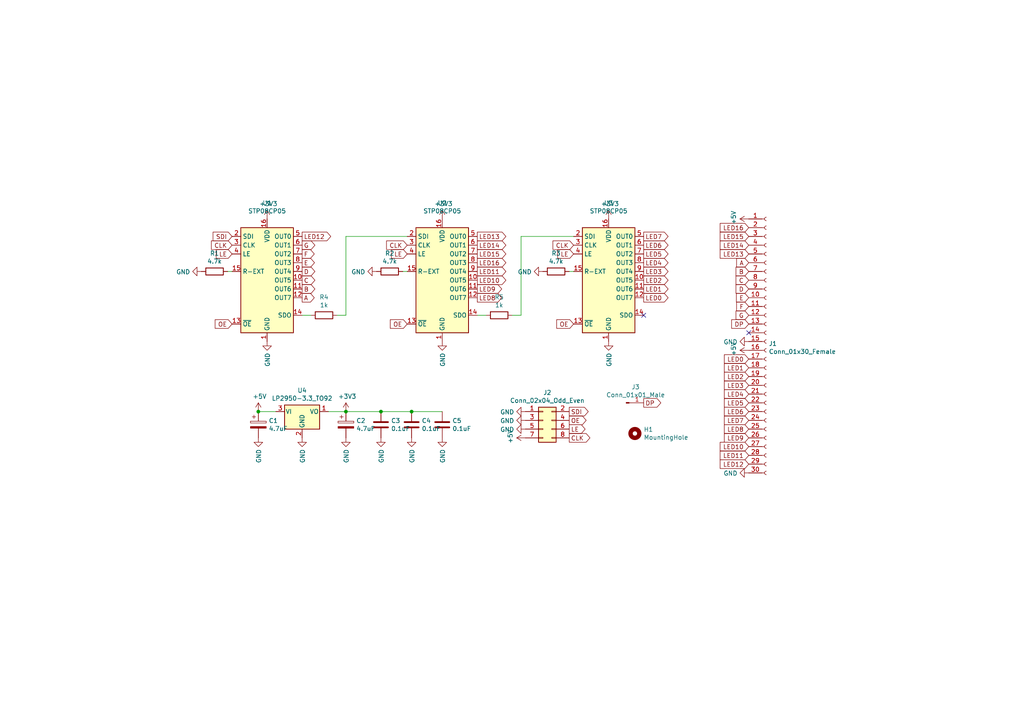
<source format=kicad_sch>
(kicad_sch (version 20230121) (generator eeschema)
  (paper "A4")
  (lib_symbols
    (symbol "Connector:Conn_01x01_Male" (pin_names (offset 1.016) hide)
      (property "Reference" "J" (at 0 2.54 0))
      (property "Value" "Conn_01x01_Male" (at 0 -2.54 0))
      (symbol "Conn_01x01_Male_1_1"
        (polyline (pts (xy 1.27 0) (xy 0.8636 0)) (stroke (width 0.1524)))
        (rectangle (start 0.8636 0.127) (end 0 -0.127) (stroke (width 0.1524)) (fill (type outline)))
        (pin passive line (at 5.08 0 180) (length 3.81) (name "Pin_1") (number "1"))
      )
    )
    (symbol "Connector:Conn_01x30_Female" (pin_names (offset 1.016) hide)
      (property "Reference" "J" (at 0 38.1 0))
      (property "Value" "Conn_01x30_Female" (at 0 -40.64 0))
      (symbol "Conn_01x30_Female_1_1"
        (arc (start 0 -37.592) (mid -0.5058 -38.1) (end 0 -38.608) (stroke (width 0.1524)))
        (arc (start 0 -35.052) (mid -0.5058 -35.56) (end 0 -36.068) (stroke (width 0.1524)))
        (arc (start 0 -32.512) (mid -0.5058 -33.02) (end 0 -33.528) (stroke (width 0.1524)))
        (arc (start 0 -29.972) (mid -0.5058 -30.48) (end 0 -30.988) (stroke (width 0.1524)))
        (arc (start 0 -27.432) (mid -0.5058 -27.94) (end 0 -28.448) (stroke (width 0.1524)))
        (arc (start 0 -24.892) (mid -0.5058 -25.4) (end 0 -25.908) (stroke (width 0.1524)))
        (arc (start 0 -22.352) (mid -0.5058 -22.86) (end 0 -23.368) (stroke (width 0.1524)))
        (arc (start 0 -19.812) (mid -0.5058 -20.32) (end 0 -20.828) (stroke (width 0.1524)))
        (arc (start 0 -17.272) (mid -0.5058 -17.78) (end 0 -18.288) (stroke (width 0.1524)))
        (arc (start 0 -14.732) (mid -0.5058 -15.24) (end 0 -15.748) (stroke (width 0.1524)))
        (arc (start 0 -12.192) (mid -0.5058 -12.7) (end 0 -13.208) (stroke (width 0.1524)))
        (arc (start 0 -9.652) (mid -0.5058 -10.16) (end 0 -10.668) (stroke (width 0.1524)))
        (arc (start 0 -7.112) (mid -0.5058 -7.62) (end 0 -8.128) (stroke (width 0.1524)))
        (arc (start 0 -4.572) (mid -0.5058 -5.08) (end 0 -5.588) (stroke (width 0.1524)))
        (arc (start 0 -2.032) (mid -0.5058 -2.54) (end 0 -3.048) (stroke (width 0.1524)))
        (polyline (pts (xy -1.27 -38.1) (xy -0.508 -38.1)) (stroke (width 0.1524)))
        (polyline (pts (xy -1.27 -35.56) (xy -0.508 -35.56)) (stroke (width 0.1524)))
        (polyline (pts (xy -1.27 -33.02) (xy -0.508 -33.02)) (stroke (width 0.1524)))
        (polyline (pts (xy -1.27 -30.48) (xy -0.508 -30.48)) (stroke (width 0.1524)))
        (polyline (pts (xy -1.27 -27.94) (xy -0.508 -27.94)) (stroke (width 0.1524)))
        (polyline (pts (xy -1.27 -25.4) (xy -0.508 -25.4)) (stroke (width 0.1524)))
        (polyline (pts (xy -1.27 -22.86) (xy -0.508 -22.86)) (stroke (width 0.1524)))
        (polyline (pts (xy -1.27 -20.32) (xy -0.508 -20.32)) (stroke (width 0.1524)))
        (polyline (pts (xy -1.27 -17.78) (xy -0.508 -17.78)) (stroke (width 0.1524)))
        (polyline (pts (xy -1.27 -15.24) (xy -0.508 -15.24)) (stroke (width 0.1524)))
        (polyline (pts (xy -1.27 -12.7) (xy -0.508 -12.7)) (stroke (width 0.1524)))
        (polyline (pts (xy -1.27 -10.16) (xy -0.508 -10.16)) (stroke (width 0.1524)))
        (polyline (pts (xy -1.27 -7.62) (xy -0.508 -7.62)) (stroke (width 0.1524)))
        (polyline (pts (xy -1.27 -5.08) (xy -0.508 -5.08)) (stroke (width 0.1524)))
        (polyline (pts (xy -1.27 -2.54) (xy -0.508 -2.54)) (stroke (width 0.1524)))
        (polyline (pts (xy -1.27 0) (xy -0.508 0)) (stroke (width 0.1524)))
        (polyline (pts (xy -1.27 2.54) (xy -0.508 2.54)) (stroke (width 0.1524)))
        (polyline (pts (xy -1.27 5.08) (xy -0.508 5.08)) (stroke (width 0.1524)))
        (polyline (pts (xy -1.27 7.62) (xy -0.508 7.62)) (stroke (width 0.1524)))
        (polyline (pts (xy -1.27 10.16) (xy -0.508 10.16)) (stroke (width 0.1524)))
        (polyline (pts (xy -1.27 12.7) (xy -0.508 12.7)) (stroke (width 0.1524)))
        (polyline (pts (xy -1.27 15.24) (xy -0.508 15.24)) (stroke (width 0.1524)))
        (polyline (pts (xy -1.27 17.78) (xy -0.508 17.78)) (stroke (width 0.1524)))
        (polyline (pts (xy -1.27 20.32) (xy -0.508 20.32)) (stroke (width 0.1524)))
        (polyline (pts (xy -1.27 22.86) (xy -0.508 22.86)) (stroke (width 0.1524)))
        (polyline (pts (xy -1.27 25.4) (xy -0.508 25.4)) (stroke (width 0.1524)))
        (polyline (pts (xy -1.27 27.94) (xy -0.508 27.94)) (stroke (width 0.1524)))
        (polyline (pts (xy -1.27 30.48) (xy -0.508 30.48)) (stroke (width 0.1524)))
        (polyline (pts (xy -1.27 33.02) (xy -0.508 33.02)) (stroke (width 0.1524)))
        (polyline (pts (xy -1.27 35.56) (xy -0.508 35.56)) (stroke (width 0.1524)))
        (arc (start 0 0.508) (mid -0.5058 0) (end 0 -0.508) (stroke (width 0.1524)))
        (arc (start 0 3.048) (mid -0.5058 2.54) (end 0 2.032) (stroke (width 0.1524)))
        (arc (start 0 5.588) (mid -0.5058 5.08) (end 0 4.572) (stroke (width 0.1524)))
        (arc (start 0 8.128) (mid -0.5058 7.62) (end 0 7.112) (stroke (width 0.1524)))
        (arc (start 0 10.668) (mid -0.5058 10.16) (end 0 9.652) (stroke (width 0.1524)))
        (arc (start 0 13.208) (mid -0.5058 12.7) (end 0 12.192) (stroke (width 0.1524)))
        (arc (start 0 15.748) (mid -0.5058 15.24) (end 0 14.732) (stroke (width 0.1524)))
        (arc (start 0 18.288) (mid -0.5058 17.78) (end 0 17.272) (stroke (width 0.1524)))
        (arc (start 0 20.828) (mid -0.5058 20.32) (end 0 19.812) (stroke (width 0.1524)))
        (arc (start 0 23.368) (mid -0.5058 22.86) (end 0 22.352) (stroke (width 0.1524)))
        (arc (start 0 25.908) (mid -0.5058 25.4) (end 0 24.892) (stroke (width 0.1524)))
        (arc (start 0 28.448) (mid -0.5058 27.94) (end 0 27.432) (stroke (width 0.1524)))
        (arc (start 0 30.988) (mid -0.5058 30.48) (end 0 29.972) (stroke (width 0.1524)))
        (arc (start 0 33.528) (mid -0.5058 33.02) (end 0 32.512) (stroke (width 0.1524)))
        (arc (start 0 36.068) (mid -0.5058 35.56) (end 0 35.052) (stroke (width 0.1524)))
        (pin passive line (at -5.08 35.56 0) (length 3.81) (name "Pin_1") (number "1"))
        (pin passive line (at -5.08 12.7 0) (length 3.81) (name "Pin_10") (number "10"))
        (pin passive line (at -5.08 10.16 0) (length 3.81) (name "Pin_11") (number "11"))
        (pin passive line (at -5.08 7.62 0) (length 3.81) (name "Pin_12") (number "12"))
        (pin passive line (at -5.08 5.08 0) (length 3.81) (name "Pin_13") (number "13"))
        (pin passive line (at -5.08 2.54 0) (length 3.81) (name "Pin_14") (number "14"))
        (pin passive line (at -5.08 0 0) (length 3.81) (name "Pin_15") (number "15"))
        (pin passive line (at -5.08 -2.54 0) (length 3.81) (name "Pin_16") (number "16"))
        (pin passive line (at -5.08 -5.08 0) (length 3.81) (name "Pin_17") (number "17"))
        (pin passive line (at -5.08 -7.62 0) (length 3.81) (name "Pin_18") (number "18"))
        (pin passive line (at -5.08 -10.16 0) (length 3.81) (name "Pin_19") (number "19"))
        (pin passive line (at -5.08 33.02 0) (length 3.81) (name "Pin_2") (number "2"))
        (pin passive line (at -5.08 -12.7 0) (length 3.81) (name "Pin_20") (number "20"))
        (pin passive line (at -5.08 -15.24 0) (length 3.81) (name "Pin_21") (number "21"))
        (pin passive line (at -5.08 -17.78 0) (length 3.81) (name "Pin_22") (number "22"))
        (pin passive line (at -5.08 -20.32 0) (length 3.81) (name "Pin_23") (number "23"))
        (pin passive line (at -5.08 -22.86 0) (length 3.81) (name "Pin_24") (number "24"))
        (pin passive line (at -5.08 -25.4 0) (length 3.81) (name "Pin_25") (number "25"))
        (pin passive line (at -5.08 -27.94 0) (length 3.81) (name "Pin_26") (number "26"))
        (pin passive line (at -5.08 -30.48 0) (length 3.81) (name "Pin_27") (number "27"))
        (pin passive line (at -5.08 -33.02 0) (length 3.81) (name "Pin_28") (number "28"))
        (pin passive line (at -5.08 -35.56 0) (length 3.81) (name "Pin_29") (number "29"))
        (pin passive line (at -5.08 30.48 0) (length 3.81) (name "Pin_3") (number "3"))
        (pin passive line (at -5.08 -38.1 0) (length 3.81) (name "Pin_30") (number "30"))
        (pin passive line (at -5.08 27.94 0) (length 3.81) (name "Pin_4") (number "4"))
        (pin passive line (at -5.08 25.4 0) (length 3.81) (name "Pin_5") (number "5"))
        (pin passive line (at -5.08 22.86 0) (length 3.81) (name "Pin_6") (number "6"))
        (pin passive line (at -5.08 20.32 0) (length 3.81) (name "Pin_7") (number "7"))
        (pin passive line (at -5.08 17.78 0) (length 3.81) (name "Pin_8") (number "8"))
        (pin passive line (at -5.08 15.24 0) (length 3.81) (name "Pin_9") (number "9"))
      )
    )
    (symbol "Connector_Generic:Conn_02x04_Odd_Even" (pin_names (offset 1.016) hide)
      (property "Reference" "J" (at 1.27 5.08 0))
      (property "Value" "Conn_02x04_Odd_Even" (at 1.27 -7.62 0))
      (symbol "Conn_02x04_Odd_Even_1_1"
        (rectangle (start -1.27 -4.953) (end 0 -5.207) (stroke (width 0.1524)))
        (rectangle (start -1.27 -2.413) (end 0 -2.667) (stroke (width 0.1524)))
        (rectangle (start -1.27 0.127) (end 0 -0.127) (stroke (width 0.1524)))
        (rectangle (start -1.27 2.667) (end 0 2.413) (stroke (width 0.1524)))
        (rectangle (start -1.27 3.81) (end 3.81 -6.35) (stroke (width 0.254)) (fill (type background)))
        (rectangle (start 3.81 -4.953) (end 2.54 -5.207) (stroke (width 0.1524)))
        (rectangle (start 3.81 -2.413) (end 2.54 -2.667) (stroke (width 0.1524)))
        (rectangle (start 3.81 0.127) (end 2.54 -0.127) (stroke (width 0.1524)))
        (rectangle (start 3.81 2.667) (end 2.54 2.413) (stroke (width 0.1524)))
        (pin passive line (at -5.08 2.54 0) (length 3.81) (name "Pin_1") (number "1"))
        (pin passive line (at 7.62 2.54 180) (length 3.81) (name "Pin_2") (number "2"))
        (pin passive line (at -5.08 0 0) (length 3.81) (name "Pin_3") (number "3"))
        (pin passive line (at 7.62 0 180) (length 3.81) (name "Pin_4") (number "4"))
        (pin passive line (at -5.08 -2.54 0) (length 3.81) (name "Pin_5") (number "5"))
        (pin passive line (at 7.62 -2.54 180) (length 3.81) (name "Pin_6") (number "6"))
        (pin passive line (at -5.08 -5.08 0) (length 3.81) (name "Pin_7") (number "7"))
        (pin passive line (at 7.62 -5.08 180) (length 3.81) (name "Pin_8") (number "8"))
      )
    )
    (symbol "Device:C" (pin_numbers hide) (pin_names (offset 0.254))
      (property "Reference" "C" (at 0.635 2.54 0))
      (property "Value" "C" (at 0.635 -2.54 0))
      (symbol "C_0_1"
        (polyline (pts (xy -2.032 -0.762) (xy 2.032 -0.762)) (stroke (width 0.508)))
        (polyline (pts (xy -2.032 0.762) (xy 2.032 0.762)) (stroke (width 0.508)))
      )
      (symbol "C_1_1"
        (pin passive line (at 0 3.81 270) (length 2.794) (name "~") (number "1"))
        (pin passive line (at 0 -3.81 90) (length 2.794) (name "~") (number "2"))
      )
    )
    (symbol "Device:CP" (pin_numbers hide) (pin_names (offset 0.254))
      (property "Reference" "C" (at 0.635 2.54 0))
      (property "Value" "Device_CP" (at 0.635 -2.54 0))
      (symbol "CP_0_1"
        (rectangle (start -2.286 0.508) (end 2.286 1.016))
        (polyline (pts (xy -1.778 2.286) (xy -0.762 2.286)))
        (polyline (pts (xy -1.27 2.794) (xy -1.27 1.778)))
        (rectangle (start 2.286 -0.508) (end -2.286 -1.016) (fill (type outline)))
      )
      (symbol "CP_1_1"
        (pin passive line (at 0 3.81 270) (length 2.794) (name "~") (number "1"))
        (pin passive line (at 0 -3.81 90) (length 2.794) (name "~") (number "2"))
      )
    )
    (symbol "Device:R" (pin_numbers hide) (pin_names (offset 0))
      (property "Reference" "R" (at 2.032 0 90))
      (property "Value" "R" (at 0 0 90))
      (symbol "R_0_1"
        (rectangle (start -1.016 -2.54) (end 1.016 2.54) (stroke (width 0.254)))
      )
      (symbol "R_1_1"
        (pin passive line (at 0 3.81 270) (length 1.27) (name "~") (number "1"))
        (pin passive line (at 0 -3.81 90) (length 1.27) (name "~") (number "2"))
      )
    )
    (symbol "Driver_LED:STP08CP05"
      (property "Reference" "U" (at -7.62 16.51 0))
      (property "Value" "STP08CP05" (at 1.27 16.51 0))
      (symbol "STP08CP05_0_1"
        (rectangle (start -7.62 15.24) (end 7.62 -15.24) (stroke (width 0.254)) (fill (type background)))
      )
      (symbol "STP08CP05_1_1"
        (pin power_in line (at 0 -17.78 90) (length 2.54) (name "GND") (number "1"))
        (pin output line (at 10.16 0 180) (length 2.54) (name "OUT5") (number "10"))
        (pin output line (at 10.16 -2.54 180) (length 2.54) (name "OUT6") (number "11"))
        (pin output line (at 10.16 -5.08 180) (length 2.54) (name "OUT7") (number "12"))
        (pin input line (at -10.16 -12.7 0) (length 2.54) (name "~{OE}") (number "13"))
        (pin output line (at 10.16 -10.16 180) (length 2.54) (name "SDO") (number "14"))
        (pin passive line (at -10.16 2.54 0) (length 2.54) (name "R-EXT") (number "15"))
        (pin power_in line (at 0 17.78 270) (length 2.54) (name "VDD") (number "16"))
        (pin input line (at -10.16 12.7 0) (length 2.54) (name "SDI") (number "2"))
        (pin input line (at -10.16 10.16 0) (length 2.54) (name "CLK") (number "3"))
        (pin input line (at -10.16 7.62 0) (length 2.54) (name "LE") (number "4"))
        (pin output line (at 10.16 12.7 180) (length 2.54) (name "OUT0") (number "5"))
        (pin output line (at 10.16 10.16 180) (length 2.54) (name "OUT1") (number "6"))
        (pin output line (at 10.16 7.62 180) (length 2.54) (name "OUT2") (number "7"))
        (pin output line (at 10.16 5.08 180) (length 2.54) (name "OUT3") (number "8"))
        (pin output line (at 10.16 2.54 180) (length 2.54) (name "OUT4") (number "9"))
      )
    )
    (symbol "Mechanical:MountingHole" (pin_names (offset 1.016))
      (property "Reference" "H" (at 0 5.08 0))
      (property "Value" "MountingHole" (at 0 3.175 0))
      (symbol "MountingHole_0_1"
        (circle (center 0 0) (radius 1.27) (stroke (width 1.27)))
      )
    )
    (symbol "Regulator_Linear:LP2950-3.3_TO92" (pin_names (offset 0.254))
      (property "Reference" "U" (at -3.81 3.175 0))
      (property "Value" "LP2950-3.3_TO92" (at 0 3.175 0))
      (symbol "LP2950-3.3_TO92_0_1"
        (rectangle (start -5.08 -5.08) (end 5.08 1.905) (stroke (width 0.254)) (fill (type background)))
      )
      (symbol "LP2950-3.3_TO92_1_1"
        (pin power_out line (at 7.62 0 180) (length 2.54) (name "VO") (number "1"))
        (pin power_in line (at 0 -7.62 90) (length 2.54) (name "GND") (number "2"))
        (pin power_in line (at -7.62 0 0) (length 2.54) (name "VI") (number "3"))
      )
    )
    (symbol "power:+3V3" (power) (pin_names (offset 0))
      (property "Value" "+3V3" (at 0 3.556 0))
      (symbol "+3V3_0_1"
        (polyline (pts (xy -0.762 1.27) (xy 0 2.54)))
        (polyline (pts (xy 0 0) (xy 0 2.54)))
        (polyline (pts (xy 0 2.54) (xy 0.762 1.27)))
      )
      (symbol "+3V3_1_1"
        (pin power_in line (at 0 0 90) (length 0) hide (name "+3V3") (number "1"))
      )
    )
    (symbol "power:+5V" (power) (pin_names (offset 0))
      (property "Value" "+5V" (at 0 3.556 0))
      (symbol "+5V_0_1"
        (polyline (pts (xy -0.762 1.27) (xy 0 2.54)))
        (polyline (pts (xy 0 0) (xy 0 2.54)))
        (polyline (pts (xy 0 2.54) (xy 0.762 1.27)))
      )
      (symbol "+5V_1_1"
        (pin power_in line (at 0 0 90) (length 0) hide (name "+5V") (number "1"))
      )
    )
    (symbol "power:GND" (power) (pin_names (offset 0))
      (property "Value" "GND" (at 0 -3.81 0))
      (symbol "GND_0_1"
        (polyline (pts (xy 0 0) (xy 0 -1.27) (xy 1.27 -1.27) (xy 0 -2.54) (xy -1.27 -1.27) (xy 0 -1.27)))
      )
      (symbol "GND_1_1"
        (pin power_in line (at 0 0 270) (length 0) hide (name "GND") (number "1"))
      )
    )
  )
  (junction (at 110.49 119.38))
  (junction (at 100.33 119.38))
  (junction (at 74.93 119.38))
  (junction (at 119.38 119.38))
  (no_connect (at 186.69 91.44))
  (no_connect (at 217.17 96.52))
  (wire (pts (xy 119.38 119.38) (xy 128.27 119.38)))
  (wire (pts (xy 165.1 78.74) (xy 166.37 78.74)))
  (wire (pts (xy 116.84 78.74) (xy 118.11 78.74)))
  (wire (pts (xy 100.33 91.44) (xy 100.33 68.58)))
  (wire (pts (xy 151.13 68.58) (xy 166.37 68.58)))
  (wire (pts (xy 87.63 91.44) (xy 90.17 91.44)))
  (wire (pts (xy 138.43 91.44) (xy 140.97 91.44)))
  (wire (pts (xy 151.13 91.44) (xy 151.13 68.58)))
  (wire (pts (xy 100.33 68.58) (xy 118.11 68.58)))
  (wire (pts (xy 95.25 119.38) (xy 100.33 119.38)))
  (wire (pts (xy 100.33 119.38) (xy 110.49 119.38)))
  (wire (pts (xy 148.59 91.44) (xy 151.13 91.44)))
  (wire (pts (xy 97.79 91.44) (xy 100.33 91.44)))
  (wire (pts (xy 66.04 78.74) (xy 67.31 78.74)))
  (wire (pts (xy 80.01 119.38) (xy 74.93 119.38)))
  (wire (pts (xy 110.49 119.38) (xy 119.38 119.38)))
  (global_label "LED12" (shape output) (at 87.63 68.58 0) (property "Intersheetrefs" "${INTERSHEET_REFS}" (effects hide)))
  (global_label "LED5" (shape input) (at 217.17 116.84 180) (property "Intersheetrefs" "${INTERSHEET_REFS}" (effects hide)))
  (global_label "LED13" (shape output) (at 138.43 68.58 0) (property "Intersheetrefs" "${INTERSHEET_REFS}" (effects hide)))
  (global_label "LED0" (shape output) (at 186.69 86.36 0) (property "Intersheetrefs" "${INTERSHEET_REFS}" (effects hide)))
  (global_label "LED5" (shape output) (at 186.69 73.66 0) (property "Intersheetrefs" "${INTERSHEET_REFS}" (effects hide)))
  (global_label "E" (shape input) (at 217.17 86.36 180) (property "Intersheetrefs" "${INTERSHEET_REFS}" (effects hide)))
  (global_label "E" (shape output) (at 87.63 76.2 0) (property "Intersheetrefs" "${INTERSHEET_REFS}" (effects hide)))
  (global_label "LED4" (shape output) (at 186.69 76.2 0) (property "Intersheetrefs" "${INTERSHEET_REFS}" (effects hide)))
  (global_label "B" (shape output) (at 87.63 83.82 0) (property "Intersheetrefs" "${INTERSHEET_REFS}" (effects hide)))
  (global_label "SDI" (shape output) (at 165.1 119.38 0) (property "Intersheetrefs" "${INTERSHEET_REFS}" (effects hide)))
  (global_label "LE" (shape output) (at 165.1 124.46 0) (property "Intersheetrefs" "${INTERSHEET_REFS}" (effects hide)))
  (global_label "LED4" (shape input) (at 217.17 114.3 180) (property "Intersheetrefs" "${INTERSHEET_REFS}" (effects hide)))
  (global_label "LED6" (shape output) (at 186.69 71.12 0) (property "Intersheetrefs" "${INTERSHEET_REFS}" (effects hide)))
  (global_label "LED6" (shape input) (at 217.17 119.38 180) (property "Intersheetrefs" "${INTERSHEET_REFS}" (effects hide)))
  (global_label "LED14" (shape input) (at 217.17 71.12 180) (property "Intersheetrefs" "${INTERSHEET_REFS}" (effects hide)))
  (global_label "LED10" (shape output) (at 138.43 81.28 0) (property "Intersheetrefs" "${INTERSHEET_REFS}" (effects hide)))
  (global_label "F" (shape output) (at 87.63 73.66 0) (property "Intersheetrefs" "${INTERSHEET_REFS}" (effects hide)))
  (global_label "LED8" (shape input) (at 217.17 124.46 180) (property "Intersheetrefs" "${INTERSHEET_REFS}" (effects hide)))
  (global_label "LED0" (shape input) (at 217.17 104.14 180) (property "Intersheetrefs" "${INTERSHEET_REFS}" (effects hide)))
  (global_label "CLK" (shape output) (at 165.1 127 0) (property "Intersheetrefs" "${INTERSHEET_REFS}" (effects hide)))
  (global_label "CLK" (shape input) (at 118.11 71.12 180) (property "Intersheetrefs" "${INTERSHEET_REFS}" (effects hide)))
  (global_label "LED16" (shape input) (at 217.17 66.04 180) (property "Intersheetrefs" "${INTERSHEET_REFS}" (effects hide)))
  (global_label "D" (shape output) (at 87.63 78.74 0) (property "Intersheetrefs" "${INTERSHEET_REFS}" (effects hide)))
  (global_label "CLK" (shape input) (at 67.31 71.12 180) (property "Intersheetrefs" "${INTERSHEET_REFS}" (effects hide)))
  (global_label "CLK" (shape input) (at 166.37 71.12 180) (property "Intersheetrefs" "${INTERSHEET_REFS}" (effects hide)))
  (global_label "LED7" (shape output) (at 186.69 68.58 0) (property "Intersheetrefs" "${INTERSHEET_REFS}" (effects hide)))
  (global_label "LED9" (shape input) (at 217.17 127 180) (property "Intersheetrefs" "${INTERSHEET_REFS}" (effects hide)))
  (global_label "LE" (shape input) (at 118.11 73.66 180) (property "Intersheetrefs" "${INTERSHEET_REFS}" (effects hide)))
  (global_label "LED13" (shape input) (at 217.17 73.66 180) (property "Intersheetrefs" "${INTERSHEET_REFS}" (effects hide)))
  (global_label "OE" (shape input) (at 166.37 93.98 180) (property "Intersheetrefs" "${INTERSHEET_REFS}" (effects hide)))
  (global_label "LED10" (shape input) (at 217.17 129.54 180) (property "Intersheetrefs" "${INTERSHEET_REFS}" (effects hide)))
  (global_label "LED11" (shape input) (at 217.17 132.08 180) (property "Intersheetrefs" "${INTERSHEET_REFS}" (effects hide)))
  (global_label "DP" (shape input) (at 217.17 93.98 180) (property "Intersheetrefs" "${INTERSHEET_REFS}" (effects hide)))
  (global_label "OE" (shape output) (at 165.1 121.92 0) (property "Intersheetrefs" "${INTERSHEET_REFS}" (effects hide)))
  (global_label "B" (shape input) (at 217.17 78.74 180) (property "Intersheetrefs" "${INTERSHEET_REFS}" (effects hide)))
  (global_label "LED3" (shape input) (at 217.17 111.76 180) (property "Intersheetrefs" "${INTERSHEET_REFS}" (effects hide)))
  (global_label "LED1" (shape output) (at 186.69 83.82 0) (property "Intersheetrefs" "${INTERSHEET_REFS}" (effects hide)))
  (global_label "D" (shape input) (at 217.17 83.82 180) (property "Intersheetrefs" "${INTERSHEET_REFS}" (effects hide)))
  (global_label "LED2" (shape input) (at 217.17 109.22 180) (property "Intersheetrefs" "${INTERSHEET_REFS}" (effects hide)))
  (global_label "A" (shape input) (at 217.17 76.2 180) (property "Intersheetrefs" "${INTERSHEET_REFS}" (effects hide)))
  (global_label "LED12" (shape input) (at 217.17 134.62 180) (property "Intersheetrefs" "${INTERSHEET_REFS}" (effects hide)))
  (global_label "LED15" (shape output) (at 138.43 73.66 0) (property "Intersheetrefs" "${INTERSHEET_REFS}" (effects hide)))
  (global_label "LE" (shape input) (at 166.37 73.66 180) (property "Intersheetrefs" "${INTERSHEET_REFS}" (effects hide)))
  (global_label "SDI" (shape input) (at 67.31 68.58 180) (property "Intersheetrefs" "${INTERSHEET_REFS}" (effects hide)))
  (global_label "LED8" (shape output) (at 138.43 86.36 0) (property "Intersheetrefs" "${INTERSHEET_REFS}" (effects hide)))
  (global_label "G" (shape input) (at 217.17 91.44 180) (property "Intersheetrefs" "${INTERSHEET_REFS}" (effects hide)))
  (global_label "LED3" (shape output) (at 186.69 78.74 0) (property "Intersheetrefs" "${INTERSHEET_REFS}" (effects hide)))
  (global_label "LED1" (shape input) (at 217.17 106.68 180) (property "Intersheetrefs" "${INTERSHEET_REFS}" (effects hide)))
  (global_label "LED9" (shape output) (at 138.43 83.82 0) (property "Intersheetrefs" "${INTERSHEET_REFS}" (effects hide)))
  (global_label "LE" (shape input) (at 67.31 73.66 180) (property "Intersheetrefs" "${INTERSHEET_REFS}" (effects hide)))
  (global_label "G" (shape output) (at 87.63 71.12 0) (property "Intersheetrefs" "${INTERSHEET_REFS}" (effects hide)))
  (global_label "C" (shape input) (at 217.17 81.28 180) (property "Intersheetrefs" "${INTERSHEET_REFS}" (effects hide)))
  (global_label "LED14" (shape output) (at 138.43 71.12 0) (property "Intersheetrefs" "${INTERSHEET_REFS}" (effects hide)))
  (global_label "LED2" (shape output) (at 186.69 81.28 0) (property "Intersheetrefs" "${INTERSHEET_REFS}" (effects hide)))
  (global_label "A" (shape output) (at 87.63 86.36 0) (property "Intersheetrefs" "${INTERSHEET_REFS}" (effects hide)))
  (global_label "C" (shape output) (at 87.63 81.28 0) (property "Intersheetrefs" "${INTERSHEET_REFS}" (effects hide)))
  (global_label "LED16" (shape output) (at 138.43 76.2 0) (property "Intersheetrefs" "${INTERSHEET_REFS}" (effects hide)))
  (global_label "OE" (shape input) (at 67.31 93.98 180) (property "Intersheetrefs" "${INTERSHEET_REFS}" (effects hide)))
  (global_label "F" (shape input) (at 217.17 88.9 180) (property "Intersheetrefs" "${INTERSHEET_REFS}" (effects hide)))
  (global_label "LED7" (shape input) (at 217.17 121.92 180) (property "Intersheetrefs" "${INTERSHEET_REFS}" (effects hide)))
  (global_label "OE" (shape input) (at 118.11 93.98 180) (property "Intersheetrefs" "${INTERSHEET_REFS}" (effects hide)))
  (global_label "LED15" (shape input) (at 217.17 68.58 180) (property "Intersheetrefs" "${INTERSHEET_REFS}" (effects hide)))
  (global_label "LED11" (shape output) (at 138.43 78.74 0) (property "Intersheetrefs" "${INTERSHEET_REFS}" (effects hide)))
  (global_label "DP" (shape output) (at 186.69 116.84 0) (property "Intersheetrefs" "${INTERSHEET_REFS}" (effects hide)))
  (symbol (lib_id "Connector_Generic:Conn_02x04_Odd_Even") (at 157.48 121.92 0) (unit 1)
    (property "Reference" "J2" (at 158.75 113.8682 0))
    (property "Value" "Conn_02x04_Odd_Even" (at 158.75 116.1796 0))
    (property "Footprint" "d-lev_footprints:IDC-Header_2x04_P2.54mm_Vertical" (effects hide))
  )
  (symbol (lib_id "power:GND") (at 152.4 119.38 270) (unit 1)
    (property "Reference" "#PWR0122" (effects hide))
    (property "Value" "GND" (at 149.1488 119.507 90) (effects (justify right)))
  )
  (symbol (lib_id "power:GND") (at 152.4 121.92 270) (unit 1)
    (property "Reference" "#PWR0123" (effects hide))
    (property "Value" "GND" (at 149.1488 122.047 90) (effects (justify right)))
  )
  (symbol (lib_id "power:GND") (at 152.4 124.46 270) (unit 1)
    (property "Reference" "#PWR0124" (effects hide))
    (property "Value" "GND" (at 149.1488 124.587 90) (effects (justify right)))
  )
  (symbol (lib_id "power:+5V") (at 152.4 127 90) (unit 1)
    (property "Reference" "#PWR0125" (effects hide))
    (property "Value" "+5V" (at 148.0058 126.619 0))
  )
  (symbol (lib_id "Driver_LED:STP08CP05") (at 128.27 81.28 0) (unit 1)
    (property "Reference" "U2" (at 128.27 58.9026 0))
    (property "Value" "STP08CP05" (at 128.27 61.214 0))
    (property "Footprint" "d-lev_footprints:DIP-16_W7.62mm" (effects hide))
    (property "Datasheet" "https://www.st.com/resource/en/datasheet/stp08cp05.pdf" (effects hide))
  )
  (symbol (lib_id "power:GND") (at 176.53 99.06 0) (unit 1)
    (property "Reference" "#PWR0101" (effects hide))
    (property "Value" "GND" (at 176.657 102.3112 90) (effects (justify right)))
  )
  (symbol (lib_id "power:GND") (at 128.27 99.06 0) (unit 1)
    (property "Reference" "#PWR0102" (effects hide))
    (property "Value" "GND" (at 128.397 102.3112 90) (effects (justify right)))
  )
  (symbol (lib_id "power:+3V3") (at 128.27 63.5 0) (unit 1)
    (property "Reference" "#PWR0104" (effects hide))
    (property "Value" "+3V3" (at 128.651 59.1058 0))
  )
  (symbol (lib_id "power:+3V3") (at 176.53 63.5 0) (unit 1)
    (property "Reference" "#PWR0105" (effects hide))
    (property "Value" "+3V3" (at 176.911 59.1058 0))
  )
  (symbol (lib_id "Driver_LED:STP08CP05") (at 77.47 81.28 0) (unit 1)
    (property "Reference" "U1" (at 77.47 58.9026 0))
    (property "Value" "STP08CP05" (at 77.47 61.214 0))
    (property "Footprint" "d-lev_footprints:DIP-16_W7.62mm" (effects hide))
    (property "Datasheet" "https://www.st.com/resource/en/datasheet/stp08cp05.pdf" (effects hide))
  )
  (symbol (lib_id "power:GND") (at 77.47 99.06 0) (unit 1)
    (property "Reference" "#PWR0109" (effects hide))
    (property "Value" "GND" (at 77.597 102.3112 90) (effects (justify right)))
  )
  (symbol (lib_id "power:+3V3") (at 77.47 63.5 0) (unit 1)
    (property "Reference" "#PWR0110" (effects hide))
    (property "Value" "+3V3" (at 77.851 59.1058 0))
  )
  (symbol (lib_id "Connector:Conn_01x30_Female") (at 222.25 99.06 0) (unit 1)
    (property "Reference" "J1" (at 222.9612 99.6696 0) (effects (justify left)))
    (property "Value" "Conn_01x30_Female" (at 222.9612 101.981 0) (effects (justify left)))
    (property "Footprint" "d-lev_footprints:PinSocket_1x30_P2.54mm_Vertical" (effects hide))
  )
  (symbol (lib_id "power:GND") (at 217.17 137.16 270) (unit 1)
    (property "Reference" "#PWR0103" (effects hide))
    (property "Value" "GND" (at 213.9188 137.287 90) (effects (justify right)))
  )
  (symbol (lib_id "power:GND") (at 217.17 99.06 270) (unit 1)
    (property "Reference" "#PWR0106" (effects hide))
    (property "Value" "GND" (at 213.9188 99.187 90) (effects (justify right)))
  )
  (symbol (lib_id "power:+5V") (at 217.17 63.5 90) (unit 1)
    (property "Reference" "#PWR0107" (effects hide))
    (property "Value" "+5V" (at 212.7758 63.119 0))
  )
  (symbol (lib_id "power:+5V") (at 217.17 101.6 90) (unit 1)
    (property "Reference" "#PWR0108" (effects hide))
    (property "Value" "+5V" (at 212.7758 101.219 0))
  )
  (symbol (lib_id "Driver_LED:STP08CP05") (at 176.53 81.28 0) (unit 1)
    (property "Reference" "U3" (at 176.53 58.9026 0))
    (property "Value" "STP08CP05" (at 176.53 61.214 0))
    (property "Footprint" "d-lev_footprints:DIP-16_W7.62mm" (effects hide))
    (property "Datasheet" "https://www.st.com/resource/en/datasheet/stp08cp05.pdf" (effects hide))
  )
  (symbol (lib_id "Device:R") (at 93.98 91.44 270) (unit 1)
    (property "Reference" "R4" (at 93.98 86.1822 90))
    (property "Value" "1k" (at 93.98 88.4936 90))
    (property "Footprint" "d-lev_footprints:R_Axial_DIN0207_L6.3mm_D2.5mm_P5.08mm_Vertical" (effects hide))
  )
  (symbol (lib_id "Device:R") (at 144.78 91.44 270) (unit 1)
    (property "Reference" "R5" (at 144.78 86.1822 90))
    (property "Value" "1k" (at 144.78 88.4936 90))
    (property "Footprint" "d-lev_footprints:R_Axial_DIN0207_L6.3mm_D2.5mm_P5.08mm_Vertical" (effects hide))
  )
  (symbol (lib_id "Device:R") (at 161.29 78.74 270) (unit 1)
    (property "Reference" "R3" (at 161.29 73.4822 90))
    (property "Value" "4.7k" (at 161.29 75.7936 90))
    (property "Footprint" "d-lev_footprints:R_Axial_DIN0207_L6.3mm_D2.5mm_P5.08mm_Vertical" (effects hide))
  )
  (symbol (lib_id "power:GND") (at 157.48 78.74 270) (unit 1)
    (property "Reference" "#PWR0111" (effects hide))
    (property "Value" "GND" (at 154.2288 78.867 90) (effects (justify right)))
  )
  (symbol (lib_id "Device:R") (at 62.23 78.74 270) (unit 1)
    (property "Reference" "R1" (at 62.23 73.4822 90))
    (property "Value" "4.7k" (at 62.23 75.7936 90))
    (property "Footprint" "d-lev_footprints:R_Axial_DIN0207_L6.3mm_D2.5mm_P5.08mm_Vertical" (effects hide))
  )
  (symbol (lib_id "power:GND") (at 58.42 78.74 270) (unit 1)
    (property "Reference" "#PWR0112" (effects hide))
    (property "Value" "GND" (at 55.1688 78.867 90) (effects (justify right)))
  )
  (symbol (lib_id "Device:R") (at 113.03 78.74 270) (unit 1)
    (property "Reference" "R2" (at 113.03 73.4822 90))
    (property "Value" "4.7k" (at 113.03 75.7936 90))
    (property "Footprint" "d-lev_footprints:R_Axial_DIN0207_L6.3mm_D2.5mm_P5.08mm_Vertical" (effects hide))
  )
  (symbol (lib_id "power:GND") (at 109.22 78.74 270) (unit 1)
    (property "Reference" "#PWR0113" (effects hide))
    (property "Value" "GND" (at 105.9688 78.867 90) (effects (justify right)))
  )
  (symbol (lib_id "Regulator_Linear:LP2950-3.3_TO92") (at 87.63 119.38 0) (unit 1)
    (property "Reference" "U4" (at 87.63 113.2332 0))
    (property "Value" "LP2950-3.3_TO92" (at 87.63 115.5446 0))
    (property "Footprint" "d-lev_footprints:TO-92_Inline_Wide" (effects hide))
    (property "Datasheet" "http://www.ti.com/lit/ds/symlink/lp2950-n.pdf" (effects hide))
  )
  (symbol (lib_id "power:GND") (at 87.63 127 0) (unit 1)
    (property "Reference" "#PWR0114" (effects hide))
    (property "Value" "GND" (at 87.757 130.2512 90) (effects (justify right)))
  )
  (symbol (lib_id "Device:CP") (at 74.93 123.19 0) (unit 1)
    (property "Reference" "C1" (at 77.9272 122.0216 0) (effects (justify left)))
    (property "Value" "4.7uF" (at 77.9272 124.333 0) (effects (justify left)))
    (property "Footprint" "d-lev_footprints:CP_Radial_Tantal_D4.5mm_P2.50mm" (effects hide))
  )
  (symbol (lib_id "Device:CP") (at 100.33 123.19 0) (unit 1)
    (property "Reference" "C2" (at 103.3272 122.0216 0) (effects (justify left)))
    (property "Value" "4.7uF" (at 103.3272 124.333 0) (effects (justify left)))
    (property "Footprint" "d-lev_footprints:CP_Radial_Tantal_D4.5mm_P2.50mm" (effects hide))
  )
  (symbol (lib_id "power:GND") (at 74.93 127 0) (unit 1)
    (property "Reference" "#PWR0115" (effects hide))
    (property "Value" "GND" (at 75.057 130.2512 90) (effects (justify right)))
  )
  (symbol (lib_id "power:GND") (at 100.33 127 0) (unit 1)
    (property "Reference" "#PWR0116" (effects hide))
    (property "Value" "GND" (at 100.457 130.2512 90) (effects (justify right)))
  )
  (symbol (lib_id "power:+3V3") (at 100.33 119.38 0) (unit 1)
    (property "Reference" "#PWR0117" (effects hide))
    (property "Value" "+3V3" (at 100.711 114.9858 0))
  )
  (symbol (lib_id "power:+5V") (at 74.93 119.38 0) (unit 1)
    (property "Reference" "#PWR0118" (effects hide))
    (property "Value" "+5V" (at 75.311 114.9858 0))
  )
  (symbol (lib_id "Device:C") (at 110.49 123.19 0) (unit 1)
    (property "Reference" "C3" (at 113.411 122.0216 0) (effects (justify left)))
    (property "Value" "0.1uF" (at 113.411 124.333 0) (effects (justify left)))
    (property "Footprint" "d-lev_footprints:C_Disc_D3.0mm_W2.0mm_P2.50mm" (effects hide))
  )
  (symbol (lib_id "Device:C") (at 119.38 123.19 0) (unit 1)
    (property "Reference" "C4" (at 122.301 122.0216 0) (effects (justify left)))
    (property "Value" "0.1uF" (at 122.301 124.333 0) (effects (justify left)))
    (property "Footprint" "d-lev_footprints:C_Disc_D3.0mm_W2.0mm_P2.50mm" (effects hide))
  )
  (symbol (lib_id "Device:C") (at 128.27 123.19 0) (unit 1)
    (property "Reference" "C5" (at 131.191 122.0216 0) (effects (justify left)))
    (property "Value" "0.1uF" (at 131.191 124.333 0) (effects (justify left)))
    (property "Footprint" "d-lev_footprints:C_Disc_D3.0mm_W2.0mm_P2.50mm" (effects hide))
  )
  (symbol (lib_id "power:GND") (at 110.49 127 0) (unit 1)
    (property "Reference" "#PWR0119" (effects hide))
    (property "Value" "GND" (at 110.617 130.2512 90) (effects (justify right)))
  )
  (symbol (lib_id "power:GND") (at 119.38 127 0) (unit 1)
    (property "Reference" "#PWR0120" (effects hide))
    (property "Value" "GND" (at 119.507 130.2512 90) (effects (justify right)))
  )
  (symbol (lib_id "power:GND") (at 128.27 127 0) (unit 1)
    (property "Reference" "#PWR0121" (effects hide))
    (property "Value" "GND" (at 128.397 130.2512 90) (effects (justify right)))
  )
  (symbol (lib_id "Mechanical:MountingHole") (at 184.15 125.73 0) (unit 1)
    (property "Reference" "H1" (at 186.69 124.5616 0) (effects (justify left)))
    (property "Value" "MountingHole" (at 186.69 126.873 0) (effects (justify left)))
    (property "Footprint" "d-lev_footprints:MountingHole_3.2mm_M3" (effects hide))
  )
  (symbol (lib_id "Connector:Conn_01x01_Male") (at 181.61 116.84 0) (unit 1)
    (property "Reference" "J3" (at 184.3532 112.2426 0))
    (property "Value" "Conn_01x01_Male" (at 184.3532 114.554 0))
    (property "Footprint" "d-lev_footprints:PinHeader_1x01_P2.54mm_Vertical" (effects hide))
  )
)
</source>
